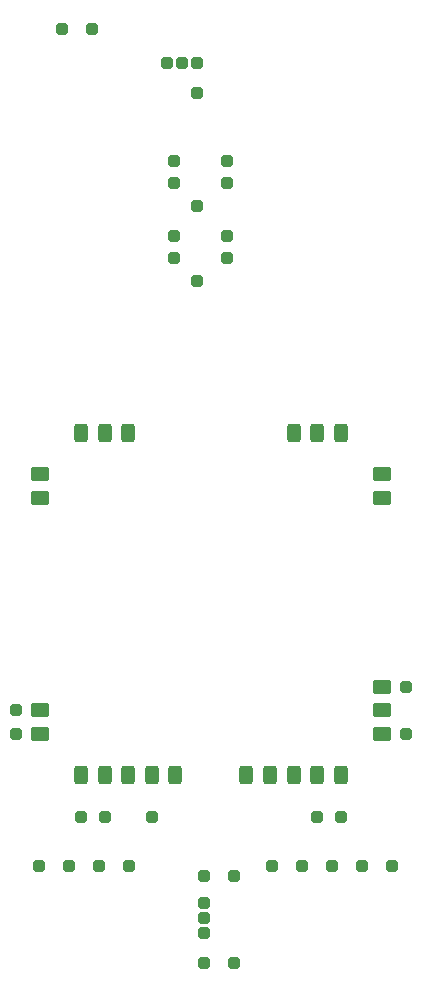
<source format=gbr>
%TF.GenerationSoftware,KiCad,Pcbnew,7.0.10*%
%TF.CreationDate,2024-02-19T04:42:38+05:30*%
%TF.ProjectId,breakout,62726561-6b6f-4757-942e-6b696361645f,rev?*%
%TF.SameCoordinates,Original*%
%TF.FileFunction,Paste,Top*%
%TF.FilePolarity,Positive*%
%FSLAX46Y46*%
G04 Gerber Fmt 4.6, Leading zero omitted, Abs format (unit mm)*
G04 Created by KiCad (PCBNEW 7.0.10) date 2024-02-19 04:42:38*
%MOMM*%
%LPD*%
G01*
G04 APERTURE LIST*
G04 Aperture macros list*
%AMRoundRect*
0 Rectangle with rounded corners*
0 $1 Rounding radius*
0 $2 $3 $4 $5 $6 $7 $8 $9 X,Y pos of 4 corners*
0 Add a 4 corners polygon primitive as box body*
4,1,4,$2,$3,$4,$5,$6,$7,$8,$9,$2,$3,0*
0 Add four circle primitives for the rounded corners*
1,1,$1+$1,$2,$3*
1,1,$1+$1,$4,$5*
1,1,$1+$1,$6,$7*
1,1,$1+$1,$8,$9*
0 Add four rect primitives between the rounded corners*
20,1,$1+$1,$2,$3,$4,$5,0*
20,1,$1+$1,$4,$5,$6,$7,0*
20,1,$1+$1,$6,$7,$8,$9,0*
20,1,$1+$1,$8,$9,$2,$3,0*%
G04 Aperture macros list end*
%ADD10RoundRect,0.300000X-0.500000X-0.300000X0.500000X-0.300000X0.500000X0.300000X-0.500000X0.300000X0*%
%ADD11RoundRect,0.300000X0.300000X-0.500000X0.300000X0.500000X-0.300000X0.500000X-0.300000X-0.500000X0*%
%ADD12RoundRect,0.250000X-0.250000X-0.250000X0.250000X-0.250000X0.250000X0.250000X-0.250000X0.250000X0*%
%ADD13RoundRect,0.250000X-0.250000X0.250000X-0.250000X-0.250000X0.250000X-0.250000X0.250000X0.250000X0*%
G04 APERTURE END LIST*
D10*
%TO.C,U1*%
X153500000Y-115000000D03*
D11*
X132000000Y-122500000D03*
D10*
X153500000Y-97000000D03*
X153500000Y-99000000D03*
X153500000Y-117000000D03*
X153500000Y-119000000D03*
D11*
X150000000Y-122500000D03*
X148000000Y-122500000D03*
X146000000Y-122500000D03*
X144000000Y-122500000D03*
X142000000Y-122500000D03*
X136000000Y-122500000D03*
X134000000Y-122500000D03*
X130000000Y-122500000D03*
X128000000Y-122500000D03*
D10*
X124500000Y-119000000D03*
X124500000Y-117000000D03*
X124500000Y-99000000D03*
X124500000Y-97000000D03*
D11*
X128000000Y-93500000D03*
X130000000Y-93500000D03*
X132000000Y-93500000D03*
X146000000Y-93500000D03*
X148000000Y-93500000D03*
X150000000Y-93500000D03*
%TD*%
D12*
%TO.C,J49*%
X137795000Y-64770000D03*
%TD*%
%TO.C,J42*%
X135255000Y-62230000D03*
%TD*%
%TO.C,J67*%
X136525000Y-62230000D03*
%TD*%
%TO.C,J68*%
X137795000Y-62230000D03*
%TD*%
D13*
%TO.C,J59*%
X126365000Y-59323333D03*
%TD*%
%TO.C,J58*%
X128905000Y-59323333D03*
%TD*%
D12*
%TO.C,J64*%
X124460000Y-130175000D03*
%TD*%
%TO.C,J39*%
X140970000Y-138430000D03*
%TD*%
%TO.C,J40*%
X122500000Y-119000000D03*
%TD*%
%TO.C,J16*%
X155500000Y-115000000D03*
%TD*%
%TO.C,J15*%
X155500000Y-119000000D03*
%TD*%
%TO.C,J60*%
X151765000Y-130175000D03*
%TD*%
%TO.C,J54*%
X140335000Y-72390000D03*
%TD*%
%TO.C,J35*%
X150000000Y-126000000D03*
%TD*%
%TO.C,J1*%
X128000000Y-126000000D03*
%TD*%
%TO.C,J43*%
X138430000Y-133350000D03*
%TD*%
%TO.C,J53*%
X140335000Y-70485000D03*
%TD*%
%TO.C,J50*%
X144145000Y-130175000D03*
%TD*%
%TO.C,J37*%
X140970000Y-131000000D03*
%TD*%
%TO.C,J63*%
X127000000Y-130175000D03*
%TD*%
%TO.C,J52*%
X149225000Y-130175000D03*
%TD*%
%TO.C,J47*%
X135890000Y-76835000D03*
%TD*%
%TO.C,J57*%
X137795000Y-80645000D03*
%TD*%
%TO.C,J62*%
X129540000Y-130175000D03*
%TD*%
%TO.C,J65*%
X138430000Y-134620000D03*
%TD*%
%TO.C,J55*%
X140335000Y-76835000D03*
%TD*%
%TO.C,J51*%
X146685000Y-130175000D03*
%TD*%
%TO.C,J45*%
X135890000Y-70485000D03*
%TD*%
%TO.C,J61*%
X154305000Y-130175000D03*
%TD*%
%TO.C,J41*%
X122500000Y-117000000D03*
%TD*%
%TO.C,J36*%
X138430000Y-131000000D03*
%TD*%
%TO.C,J2*%
X130000000Y-126000000D03*
%TD*%
%TO.C,J56*%
X140335000Y-78740000D03*
%TD*%
%TO.C,J33*%
X132080000Y-130175000D03*
%TD*%
%TO.C,J46*%
X135890000Y-78740000D03*
%TD*%
%TO.C,J3*%
X134000000Y-126000000D03*
%TD*%
%TO.C,J48*%
X137795000Y-74295000D03*
%TD*%
%TO.C,J34*%
X148000000Y-126000000D03*
%TD*%
%TO.C,J44*%
X135890000Y-72390000D03*
%TD*%
%TO.C,J38*%
X138430000Y-138430000D03*
%TD*%
%TO.C,J66*%
X138430000Y-135890000D03*
%TD*%
M02*

</source>
